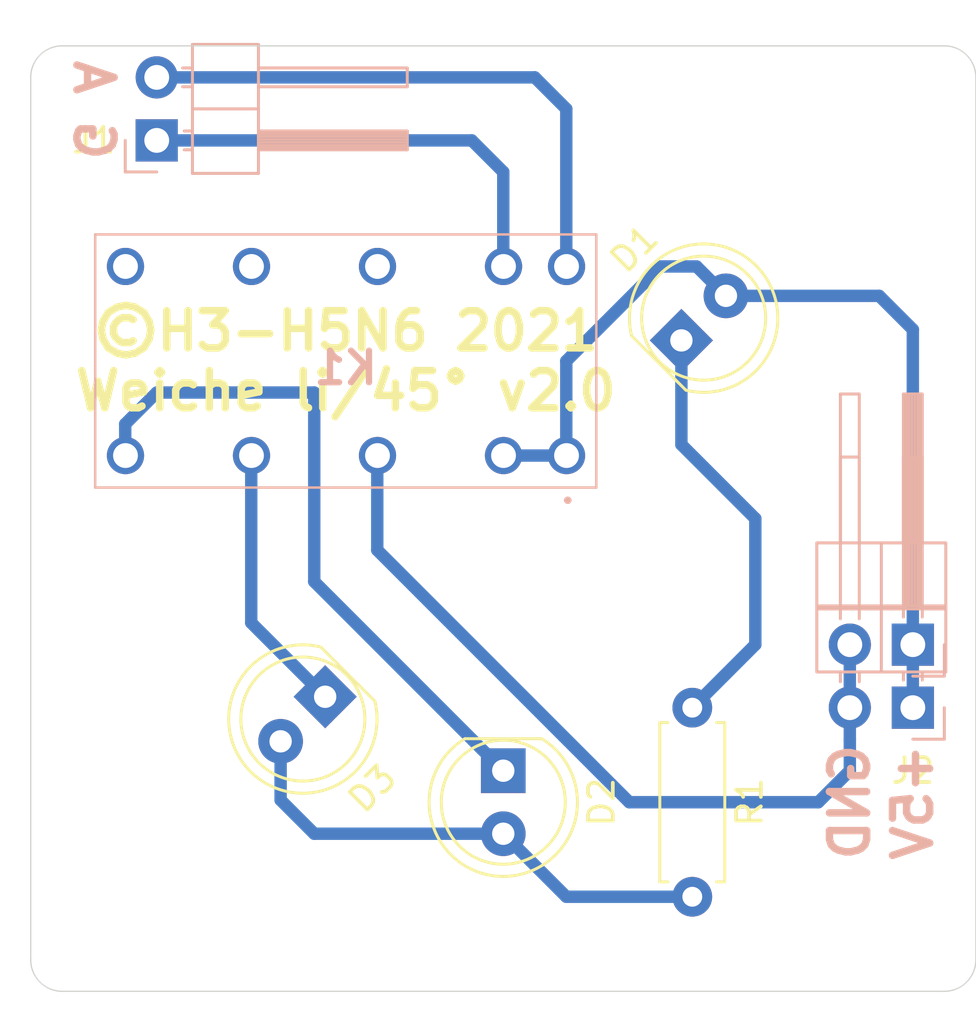
<source format=kicad_pcb>
(kicad_pcb (version 20211014) (generator pcbnew)
  (layers (0 "F.Cu" signal) (31 "B.Cu" signal) (34 "B.Paste" user) (35 "F.Paste" user) (36 "B.SilkS" user "B.Silkscreen") (37 "F.SilkS" user "F.Silkscreen") (38 "B.Mask" user) (39 "F.Mask" user) (44 "Edge.Cuts" user))
  (net 0 "")
  (net 1 "Net-(D1-Pad1)")
  (net 2 "Net-(D2-Pad1)")
  (net 3 "Net-(D3-Pad1)")
  (net 4 "Net-(J1-Pad2)")
  (net 5 "Net-(J1-Pad1)")
  (net 6 "+5V")
  (net 7 "GND")
  (net 8 "Net-(D2-Pad2)")
  (footprint "Mounting_Holes:MountingHole_3.2mm_M3" (layer "F.Cu") (at 156.21 110.49 -90)
    (fp_text reference "H1" hide)
    (fp_text value "MountingHole")
    (pad "" np_thru_hole circle locked (at 0 0 270) (size 3.2 3.2) (drill 3.2) (layers *.Cu *.Mask) (thermal_gap 2))
  )
  (footprint "LEDs:LED_D5.0mm" (layer "F.Cu") (at 143.95 115.13 -135)
    (fp_text reference "D3" (at 1.27 -3.96 45) (layer "F.SilkS"))
    (fp_text value "LED")
    (fp_line (start -1.29 -1.545) (end -1.29 1.545) (layer "F.SilkS") (width 0.12))
    (fp_arc (start 4.26 -0.000462) (mid 2.072001 2.880433) (end -1.29 1.54483) (layer "F.SilkS") (width 0.12))
    (fp_arc (start -1.29 -1.54483) (mid 2.072002 -2.880433) (end 4.26 0.000462) (layer "F.SilkS") (width 0.12))
    (fp_circle (center 1.27 0) (end 3.77 0) (layer "F.SilkS") (width 0.12) (fill none))
    (pad "1" thru_hole rect locked (at 0 0 225) (size 1.8 1.8) (drill 0.9) (layers *.Cu *.Mask) (net 3 "Net-(D3-Pad1)"))
    (pad "2" thru_hole circle locked (at 2.54 0 225) (size 1.8 1.8) (drill 0.9) (layers *.Cu *.Mask) (net 8 "Net-(D2-Pad2)"))
  )
  (footprint "LEDs:LED_D5.0mm" (layer "F.Cu") (at 158.31 100.77 45)
    (fp_text reference "D1" (at 1.27 -3.96 45) (layer "F.SilkS"))
    (fp_text value "LED")
    (fp_line (start -1.29 -1.545) (end -1.29 1.545) (layer "F.SilkS") (width 0.12))
    (fp_arc (start -1.29 -1.54483) (mid 2.072002 -2.880433) (end 4.26 0.000462) (layer "F.SilkS") (width 0.12))
    (fp_arc (start 4.26 -0.000462) (mid 2.072001 2.880433) (end -1.29 1.54483) (layer "F.SilkS") (width 0.12))
    (fp_circle (center 1.27 0) (end 3.77 0) (layer "F.SilkS") (width 0.12) (fill none))
    (pad "1" thru_hole rect locked (at 0 0 45) (size 1.8 1.8) (drill 0.9) (layers *.Cu *.Mask) (net 1 "Net-(D1-Pad1)"))
    (pad "2" thru_hole circle locked (at 2.54 0 45) (size 1.8 1.8) (drill 0.9) (layers *.Cu *.Mask) (net 6 "+5V"))
  )
  (footprint "Mounting_Holes:MountingHole_3.2mm_M3" (layer "F.Cu") (at 135.89 123.19 -90)
    (fp_text reference "H1" hide)
    (fp_text value "MountingHole")
    (pad "" np_thru_hole circle locked (at 0 0 270) (size 3.2 3.2) (drill 3.2) (layers *.Cu *.Mask) (thermal_gap 2))
  )
  (footprint "LEDs:LED_D5.0mm" (layer "F.Cu") (at 151.13 118.11 -90)
    (fp_text reference "D2" (at 1.27 -3.96 90) (layer "F.SilkS"))
    (fp_text value "LED")
    (fp_line (start -1.29 -1.545) (end -1.29 1.545) (layer "F.SilkS") (width 0.12))
    (fp_arc (start 4.26 -0.000462) (mid 2.072002 2.880433) (end -1.29 1.54483) (layer "F.SilkS") (width 0.12))
    (fp_arc (start -1.29 -1.54483) (mid 2.072002 -2.880433) (end 4.26 0.000462) (layer "F.SilkS") (width 0.12))
    (fp_circle (center 1.27 0) (end 3.77 0) (layer "F.SilkS") (width 0.12) (fill none))
    (pad "1" thru_hole rect locked (at 0 0 270) (size 1.8 1.8) (drill 0.9) (layers *.Cu *.Mask) (net 2 "Net-(D2-Pad1)"))
    (pad "2" thru_hole circle locked (at 2.54 0 270) (size 1.8 1.8) (drill 0.9) (layers *.Cu *.Mask) (net 8 "Net-(D2-Pad2)"))
  )
  (footprint "Resistors_THT:R_Axial_DIN0207_L6.3mm_D2.5mm_P7.62mm_Horizontal" (layer "F.Cu") (at 158.75 115.57 -90)
    (fp_text reference "R1" (at 3.81 -2.31 90) (layer "F.SilkS"))
    (fp_text value "100")
    (fp_line (start 7.02 1.31) (end 7.02 0.98) (layer "F.SilkS") (width 0.12))
    (fp_line (start 0.6 -0.98) (end 0.6 -1.31) (layer "F.SilkS") (width 0.12))
    (fp_line (start 0.6 0.98) (end 0.6 1.31) (layer "F.SilkS") (width 0.12))
    (fp_line (start 7.02 -1.31) (end 7.02 -0.98) (layer "F.SilkS") (width 0.12))
    (fp_line (start 0.6 -1.31) (end 7.02 -1.31) (layer "F.SilkS") (width 0.12))
    (fp_line (start 0.6 1.31) (end 7.02 1.31) (layer "F.SilkS") (width 0.12))
    (pad "1" thru_hole circle locked (at 0 0 270) (size 1.6 1.6) (drill 0.8) (layers *.Cu *.Mask) (net 1 "Net-(D1-Pad1)"))
    (pad "2" thru_hole oval locked (at 7.62 0 270) (size 1.6 1.6) (drill 0.8) (layers *.Cu *.Mask) (net 8 "Net-(D2-Pad2)"))
  )
  (footprint "Pin_Headers:Pin_Header_Angled_1x02_Pitch2.54mm" (layer "B.Cu") (at 167.64 113.03 90)
    (fp_text reference "J2" (at -5.08 0 180) (layer "F.SilkS"))
    (fp_text value "Power")
    (fp_line (start 4.1 -0.04) (end 10.1 -0.04) (layer "B.SilkS") (width 0.12))
    (fp_line (start 10.1 -0.38) (end 4.1 -0.38) (layer "B.SilkS") (width 0.12))
    (fp_line (start 4.1 -2.16) (end 10.1 -2.16) (layer "B.SilkS") (width 0.12))
    (fp_line (start 4.1 -3.87) (end 4.1 1.33) (layer "B.SilkS") (width 0.12))
    (fp_line (start 4.1 -0.28) (end 10.1 -0.28) (layer "B.SilkS") (width 0.12))
    (fp_line (start 1.11 0.38) (end 1.44 0.38) (layer "B.SilkS") (width 0.12))
    (fp_line (start 1.11 -0.38) (end 1.44 -0.38) (layer "B.SilkS") (width 0.12))
    (fp_line (start 4.1 -0.16) (end 10.1 -0.16) (layer "B.SilkS") (width 0.12))
    (fp_line (start 4.1 0.2) (end 10.1 0.2) (layer "B.SilkS") (width 0.12))
    (fp_line (start 4.1 0.38) (end 10.1 0.38) (layer "B.SilkS") (width 0.12))
    (fp_line (start 4.1 0.32) (end 10.1 0.32) (layer "B.SilkS") (width 0.12))
    (fp_line (start 10.1 -2.92) (end 4.1 -2.92) (layer "B.SilkS") (width 0.12))
    (fp_line (start -1.27 0) (end -1.27 1.27) (layer "B.SilkS") (width 0.12))
    (fp_line (start 1.042929 -2.92) (end 1.44 -2.92) (layer "B.SilkS") (width 0.12))
    (fp_line (start 1.44 1.33) (end 1.44 -3.87) (layer "B.SilkS") (width 0.12))
    (fp_line (start 4.1 1.33) (end 1.44 1.33) (layer "B.SilkS") (width 0.12))
    (fp_line (start 10.1 0.38) (end 10.1 -0.38) (layer "B.SilkS") (width 0.12))
    (fp_line (start 10.1 -2.16) (end 10.1 -2.92) (layer "B.SilkS") (width 0.12))
    (fp_line (start 1.042929 -2.16) (end 1.44 -2.16) (layer "B.SilkS") (width 0.12))
    (fp_line (start 1.44 -3.87) (end 4.1 -3.87) (layer "B.SilkS") (width 0.12))
    (fp_line (start 1.44 -1.27) (end 4.1 -1.27) (layer "B.SilkS") (width 0.12))
    (fp_line (start 4.1 0.08) (end 10.1 0.08) (layer "B.SilkS") (width 0.12))
    (fp_line (start -1.27 1.27) (end 0 1.27) (layer "B.SilkS") (width 0.12))
    (pad "1" thru_hole rect locked (at 0 0 90) (size 1.7 1.7) (drill 1) (layers *.Cu *.Mask) (net 6 "+5V"))
    (pad "2" thru_hole oval locked (at 0 -2.54 90) (size 1.7 1.7) (drill 1) (layers *.Cu *.Mask) (net 7 "GND"))
  )
  (footprint "Pin_Headers:Pin_Header_Angled_1x02_Pitch2.54mm" (layer "B.Cu") (at 167.64 115.57 90)
    (fp_text reference "J3" hide)
    (fp_text value "Conn_01x02_Male")
    (fp_line (start 4.1 -3.87) (end 4.1 1.33) (layer "B.SilkS") (width 0.12))
    (fp_line (start -1.27 0) (end -1.27 1.27) (layer "B.SilkS") (width 0.12))
    (fp_line (start 4.1 -0.16) (end 10.1 -0.16) (layer "B.SilkS") (width 0.12))
    (fp_line (start 1.11 0.38) (end 1.44 0.38) (layer "B.SilkS") (width 0.12))
    (fp_line (start -1.27 1.27) (end 0 1.27) (layer "B.SilkS") (width 0.12))
    (fp_line (start 4.1 0.2) (end 10.1 0.2) (layer "B.SilkS") (width 0.12))
    (fp_line (start 10.1 -2.92) (end 4.1 -2.92) (layer "B.SilkS") (width 0.12))
    (fp_line (start 4.1 -2.16) (end 10.1 -2.16) (layer "B.SilkS") (width 0.12))
    (fp_line (start 4.1 0.32) (end 10.1 0.32) (layer "B.SilkS") (width 0.12))
    (fp_line (start 4.1 0.08) (end 10.1 0.08) (layer "B.SilkS") (width 0.12))
    (fp_line (start 10.1 0.38) (end 10.1 -0.38) (layer "B.SilkS") (width 0.12))
    (fp_line (start 4.1 1.33) (end 1.44 1.33) (layer "B.SilkS") (width 0.12))
    (fp_line (start 1.042929 -2.92) (end 1.44 -2.92) (layer "B.SilkS") (width 0.12))
    (fp_line (start 1.44 1.33) (end 1.44 -3.87) (layer "B.SilkS") (width 0.12))
    (fp_line (start 1.042929 -2.16) (end 1.44 -2.16) (layer "B.SilkS") (width 0.12))
    (fp_line (start 1.11 -0.38) (end 1.44 -0.38) (layer "B.SilkS") (width 0.12))
    (fp_line (start 4.1 -0.28) (end 10.1 -0.28) (layer "B.SilkS") (width 0.12))
    (fp_line (start 4.1 -0.04) (end 10.1 -0.04) (layer "B.SilkS") (width 0.12))
    (fp_line (start 10.1 -2.16) (end 10.1 -2.92) (layer "B.SilkS") (width 0.12))
    (fp_line (start 1.44 -1.27) (end 4.1 -1.27) (layer "B.SilkS") (width 0.12))
    (fp_line (start 10.1 -0.38) (end 4.1 -0.38) (layer "B.SilkS") (width 0.12))
    (fp_line (start 4.1 0.38) (end 10.1 0.38) (layer "B.SilkS") (width 0.12))
    (fp_line (start 1.44 -3.87) (end 4.1 -3.87) (layer "B.SilkS") (width 0.12))
    (pad "1" thru_hole rect locked (at 0 0 90) (size 1.7 1.7) (drill 1) (layers *.Cu *.Mask) (net 6 "+5V"))
    (pad "2" thru_hole oval locked (at 0 -2.54 90) (size 1.7 1.7) (drill 1) (layers *.Cu *.Mask) (net 7 "GND"))
  )
  (footprint "Pin_Headers:Pin_Header_Angled_1x02_Pitch2.54mm" (layer "B.Cu") (at 137.16 92.71)
    (fp_text reference "J1" (at -2.54 0) (layer "F.SilkS"))
    (fp_text value "Conn_01x02_Male")
    (fp_line (start 4.1 -0.04) (end 10.1 -0.04) (layer "B.SilkS") (width 0.12))
    (fp_line (start 4.1 -3.87) (end 4.1 1.33) (layer "B.SilkS") (width 0.12))
    (fp_line (start 4.1 -0.28) (end 10.1 -0.28) (layer "B.SilkS") (width 0.12))
    (fp_line (start 1.042929 -2.92) (end 1.44 -2.92) (layer "B.SilkS") (width 0.12))
    (fp_line (start -1.27 0) (end -1.27 1.27) (layer "B.SilkS") (width 0.12))
    (fp_line (start 4.1 -0.16) (end 10.1 -0.16) (layer "B.SilkS") (width 0.12))
    (fp_line (start 10.1 -0.38) (end 4.1 -0.38) (layer "B.SilkS") (width 0.12))
    (fp_line (start 1.44 1.33) (end 1.44 -3.87) (layer "B.SilkS") (width 0.12))
    (fp_line (start 4.1 -2.16) (end 10.1 -2.16) (layer "B.SilkS") (width 0.12))
    (fp_line (start 1.042929 -2.16) (end 1.44 -2.16) (layer "B.SilkS") (width 0.12))
    (fp_line (start 1.11 0.38) (end 1.44 0.38) (layer "B.SilkS") (width 0.12))
    (fp_line (start 4.1 0.2) (end 10.1 0.2) (layer "B.SilkS") (width 0.12))
    (fp_line (start 4.1 0.32) (end 10.1 0.32) (layer "B.SilkS") (width 0.12))
    (fp_line (start 10.1 -2.16) (end 10.1 -2.92) (layer "B.SilkS") (width 0.12))
    (fp_line (start 1.11 -0.38) (end 1.44 -0.38) (layer "B.SilkS") (width 0.12))
    (fp_line (start 4.1 1.33) (end 1.44 1.33) (layer "B.SilkS") (width 0.12))
    (fp_line (start 4.1 0.38) (end 10.1 0.38) (layer "B.SilkS") (width 0.12))
    (fp_line (start 1.44 -1.27) (end 4.1 -1.27) (layer "B.SilkS") (width 0.12))
    (fp_line (start 1.44 -3.87) (end 4.1 -3.87) (layer "B.SilkS") (width 0.12))
    (fp_line (start 10.1 -2.92) (end 4.1 -2.92) (layer "B.SilkS") (width 0.12))
    (fp_line (start 4.1 0.08) (end 10.1 0.08) (layer "B.SilkS") (width 0.12))
    (fp_line (start -1.27 1.27) (end 0 1.27) (layer "B.SilkS") (width 0.12))
    (fp_line (start 10.1 0.38) (end 10.1 -0.38) (layer "B.SilkS") (width 0.12))
    (pad "1" thru_hole rect locked (at 0 0) (size 1.7 1.7) (drill 1) (layers *.Cu *.Mask) (net 5 "Net-(J1-Pad1)"))
    (pad "2" thru_hole oval locked (at 0 -2.54) (size 1.7 1.7) (drill 1) (layers *.Cu *.Mask) (net 4 "Net-(J1-Pad2)"))
  )
  (footprint "HongFa:HFD2005SL2D" (layer "B.Cu") (at 153.68 105.41 180)
    (fp_text reference "K1" (at 8.9 3.53) (layer "B.SilkS") (effects (font (size 1.27 1.27) (thickness 0.254)) (justify mirror)))
    (fp_text value "HFD2_005-S-L2-D" hide)
    (fp_line (start 19 8.91) (end -1.2 8.91) (layer "B.SilkS") (width 0.1))
    (fp_line (start -0.1 -1.8) (end -0.1 -1.8) (layer "B.SilkS") (width 0.2))
    (fp_line (start -1.2 -1.29) (end 19 -1.29) (layer "B.SilkS") (width 0.1))
    (fp_line (start -0.1 -1.8) (end -0.1 -1.8) (layer "B.SilkS") (width 0.2))
    (fp_line (start 19 -1.29) (end 19 8.91) (layer "B.SilkS") (width 0.1))
    (fp_line (start 0 -1.8) (end 0 -1.8) (layer "B.SilkS") (width 0.2))
    (fp_line (start -1.2 8.91) (end -1.2 -1.29) (layer "B.SilkS") (width 0.1))
    (fp_arc (start -0.1 -1.8) (mid -0.05 -1.85) (end 0 -1.8) (layer "B.SilkS") (width 0.2))
    (fp_arc (start 0 -1.8) (mid -0.05 -1.75) (end -0.1 -1.8) (layer "B.SilkS") (width 0.2))
    (fp_arc (start -0.1 -1.8) (mid -0.05 -1.85) (end 0 -1.8) (layer "B.SilkS") (width 0.2))
    (pad "1" thru_hole circle locked (at 0 0 180) (size 1.5 1.5) (drill 1) (layers *.Cu *.Mask) (net 6 "+5V"))
    (pad "2" thru_hole circle locked (at 2.54 0 180) (size 1.5 1.5) (drill 1) (layers *.Cu *.Mask) (net 6 "+5V"))
    (pad "4" thru_hole circle locked (at 7.62 0 180) (size 1.5 1.5) (drill 1) (layers *.Cu *.Mask) (net 7 "GND"))
    (pad "6" thru_hole circle locked (at 12.7 0 180) (size 1.5 1.5) (drill 1) (layers *.Cu *.Mask) (net 3 "Net-(D3-Pad1)"))
    (pad "8" thru_hole circle locked (at 17.78 0 180) (size 1.5 1.5) (drill 1) (layers *.Cu *.Mask) (net 2 "Net-(D2-Pad1)"))
    (pad "9" thru_hole circle locked (at 17.78 7.62 180) (size 1.5 1.5) (drill 1) (layers *.Cu *.Mask))
    (pad "11" thru_hole circle locked (at 12.7 7.62 180) (size 1.5 1.5) (drill 1) (layers *.Cu *.Mask))
    (pad "13" thru_hole circle locked (at 7.62 7.62 180) (size 1.5 1.5) (drill 1) (layers *.Cu *.Mask))
    (pad "15" thru_hole circle locked (at 2.54 7.62 180) (size 1.5 1.5) (drill 1) (layers *.Cu *.Mask) (net 5 "Net-(J1-Pad1)"))
    (pad "16" thru_hole circle locked (at 0 7.62 180) (size 1.5 1.5) (drill 1) (layers *.Cu *.Mask) (net 4 "Net-(J1-Pad2)"))
  )
  (gr_arc (start 132.08 90.17) (mid 132.451974 89.271974) (end 133.35 88.9) (layer "Edge.Cuts") (width 0.05))
  (gr_line (start 133.35 88.9) (end 168.91 88.9) (layer "Edge.Cuts") (width 0.05))
  (gr_arc (start 168.91 88.9) (mid 169.808026 89.271974) (end 170.18 90.17) (layer "Edge.Cuts") (width 0.05))
  (gr_line (start 168.91 127) (end 133.35 127) (layer "Edge.Cuts") (width 0.05))
  (gr_line (start 170.18 90.17) (end 170.18 125.73) (layer "Edge.Cuts") (width 0.05))
  (gr_arc (start 170.18 125.73) (mid 169.808026 126.628026) (end 168.91 127) (layer "Edge.Cuts") (width 0.05))
  (gr_arc (start 133.35 127) (mid 132.451974 126.628026) (end 132.08 125.73) (layer "Edge.Cuts") (width 0.05))
  (gr_line (start 132.08 125.73) (end 132.08 90.17) (layer "Edge.Cuts") (width 0.05))
  (gr_text "A" (at 134.62 90.17 -90) (layer "B.SilkS") (effects (font (size 1.5 1.5) (thickness 0.3))))
  (gr_text "G" (at 134.62 92.71 -90) (layer "B.SilkS") (effects (font (size 1.5 1.5) (thickness 0.3)) (justify mirror)))
  (gr_text "GND" (at 165.1 119.38 90) (layer "B.SilkS") (effects (font (size 1.5 1.5) (thickness 0.3)) (justify mirror)))
  (gr_text "+5V" (at 167.64 119.38 90) (layer "B.SilkS") (effects (font (size 1.5 1.5) (thickness 0.3)) (justify mirror)))
  (gr_text "©H3-H5N6 2021\nWeiche li/45° v2.0" (at 144.78 101.6) (layer "F.SilkS") (effects (font (size 1.5 1.5) (thickness 0.3))))
  (segment (start 158.31 100.77) (end 158.31 104.97) (width 0.5) (layer "B.Cu") (net 1))
  (segment (start 158.31 104.97) (end 161.29 107.95) (width 0.5) (layer "B.Cu") (net 1))
  (segment (start 161.29 113.03) (end 158.75 115.57) (width 0.5) (layer "B.Cu") (net 1))
  (segment (start 161.29 107.95) (end 161.29 113.03) (width 0.5) (layer "B.Cu") (net 1))
  (segment (start 137.16 102.87) (end 143.51 102.87) (width 0.5) (layer "B.Cu") (net 2))
  (segment (start 143.51 110.49) (end 151.13 118.11) (width 0.5) (layer "B.Cu") (net 2))
  (segment (start 135.89 105.41) (end 135.89 104.14) (width 0.5) (layer "B.Cu") (net 2))
  (segment (start 143.51 102.87) (end 143.51 110.49) (width 0.5) (layer "B.Cu") (net 2))
  (segment (start 135.89 104.14) (end 137.16 102.87) (width 0.5) (layer "B.Cu") (net 2))
  (segment (start 140.97 112.15) (end 143.95 115.13) (width 0.5) (layer "B.Cu") (net 3))
  (segment (start 140.97 105.41) (end 140.97 112.15) (width 0.5) (layer "B.Cu") (net 3))
  (segment (start 137.16 90.17) (end 152.4 90.17) (width 0.5) (layer "B.Cu") (net 4))
  (segment (start 152.4 90.17) (end 153.67 91.44) (width 0.5) (layer "B.Cu") (net 4))
  (segment (start 153.67 91.44) (end 153.67 97.79) (width 0.5) (layer "B.Cu") (net 4))
  (segment (start 149.86 92.71) (end 151.13 93.98) (width 0.5) (layer "B.Cu") (net 5))
  (segment (start 137.16 92.71) (end 149.86 92.71) (width 0.5) (layer "B.Cu") (net 5))
  (segment (start 151.13 93.98) (end 151.13 97.79) (width 0.5) (layer "B.Cu") (net 5))
  (segment (start 151.13 105.41) (end 153.67 105.41) (width 0.5) (layer "B.Cu") (net 6))
  (segment (start 158.922102 97.79) (end 157.48 97.79) (width 0.5) (layer "B.Cu") (net 6))
  (segment (start 157.48 97.79) (end 153.67 101.6) (width 0.5) (layer "B.Cu") (net 6))
  (segment (start 167.64 115.57) (end 167.64 113.03) (width 0.5) (layer "B.Cu") (net 6))
  (segment (start 160.106051 98.973949) (end 158.922102 97.79) (width 0.5) (layer "B.Cu") (net 6))
  (segment (start 153.67 101.6) (end 153.67 105.41) (width 0.5) (layer "B.Cu") (net 6))
  (segment (start 167.64 100.33) (end 167.64 113.03) (width 0.5) (layer "B.Cu") (net 6))
  (segment (start 160.106051 98.973949) (end 166.283949 98.973949) (width 0.5) (layer "B.Cu") (net 6))
  (segment (start 166.283949 98.973949) (end 167.64 100.33) (width 0.5) (layer "B.Cu") (net 6))
  (segment (start 165.1 113.03) (end 165.1 115.57) (width 0.5) (layer "B.Cu") (net 7))
  (segment (start 146.05 105.41) (end 146.05 109.22) (width 0.5) (layer "B.Cu") (net 7))
  (segment (start 165.1 116.84) (end 165.1 115.57) (width 0.5) (layer "B.Cu") (net 7))
  (segment (start 165.1 118.11) (end 165.1 116.84) (width 0.5) (layer "B.Cu") (net 7))
  (segment (start 156.21 119.38) (end 163.83 119.38) (width 0.5) (layer "B.Cu") (net 7))
  (segment (start 146.05 109.22) (end 156.21 119.38) (width 0.5) (layer "B.Cu") (net 7))
  (segment (start 163.83 119.38) (end 165.1 118.11) (width 0.5) (layer "B.Cu") (net 7))
  (segment (start 151.13 120.65) (end 153.67 123.19) (width 0.5) (layer "B.Cu") (net 8))
  (segment (start 153.67 123.19) (end 158.75 123.19) (width 0.5) (layer "B.Cu") (net 8))
  (segment (start 142.153949 119.293949) (end 143.51 120.65) (width 0.5) (layer "B.Cu") (net 8))
  (segment (start 142.153949 116.926051) (end 142.153949 119.293949) (width 0.5) (layer "B.Cu") (net 8))
  (segment (start 143.51 120.65) (end 151.13 120.65) (width 0.5) (layer "B.Cu") (net 8))
)
</source>
